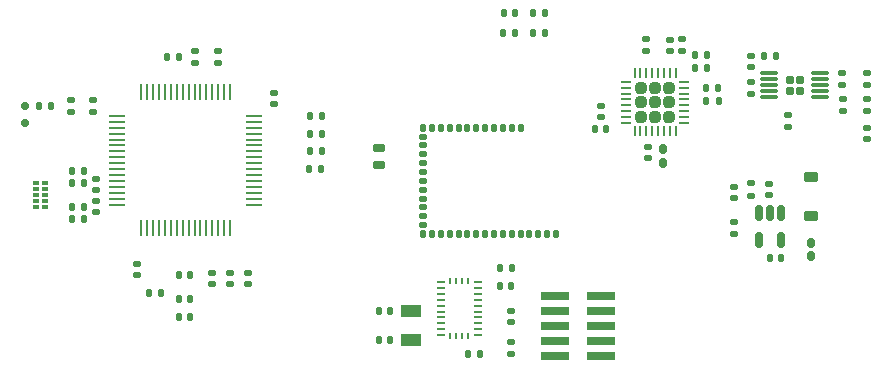
<source format=gbr>
%TF.GenerationSoftware,KiCad,Pcbnew,9.0.7*%
%TF.CreationDate,2026-02-03T01:20:09-06:00*%
%TF.ProjectId,wearable,77656172-6162-46c6-952e-6b696361645f,rev?*%
%TF.SameCoordinates,Original*%
%TF.FileFunction,Paste,Top*%
%TF.FilePolarity,Positive*%
%FSLAX46Y46*%
G04 Gerber Fmt 4.6, Leading zero omitted, Abs format (unit mm)*
G04 Created by KiCad (PCBNEW 9.0.7) date 2026-02-03 01:20:09*
%MOMM*%
%LPD*%
G01*
G04 APERTURE LIST*
G04 Aperture macros list*
%AMRoundRect*
0 Rectangle with rounded corners*
0 $1 Rounding radius*
0 $2 $3 $4 $5 $6 $7 $8 $9 X,Y pos of 4 corners*
0 Add a 4 corners polygon primitive as box body*
4,1,4,$2,$3,$4,$5,$6,$7,$8,$9,$2,$3,0*
0 Add four circle primitives for the rounded corners*
1,1,$1+$1,$2,$3*
1,1,$1+$1,$4,$5*
1,1,$1+$1,$6,$7*
1,1,$1+$1,$8,$9*
0 Add four rect primitives between the rounded corners*
20,1,$1+$1,$2,$3,$4,$5,0*
20,1,$1+$1,$4,$5,$6,$7,0*
20,1,$1+$1,$6,$7,$8,$9,0*
20,1,$1+$1,$8,$9,$2,$3,0*%
G04 Aperture macros list end*
%ADD10RoundRect,0.135000X-0.135000X-0.185000X0.135000X-0.185000X0.135000X0.185000X-0.135000X0.185000X0*%
%ADD11RoundRect,0.140000X0.140000X0.170000X-0.140000X0.170000X-0.140000X-0.170000X0.140000X-0.170000X0*%
%ADD12RoundRect,0.170000X-0.170000X-0.210000X0.170000X-0.210000X0.170000X0.210000X-0.170000X0.210000X0*%
%ADD13RoundRect,0.075000X-0.650000X-0.075000X0.650000X-0.075000X0.650000X0.075000X-0.650000X0.075000X0*%
%ADD14RoundRect,0.135000X0.185000X-0.135000X0.185000X0.135000X-0.185000X0.135000X-0.185000X-0.135000X0*%
%ADD15RoundRect,0.140000X-0.140000X-0.170000X0.140000X-0.170000X0.140000X0.170000X-0.140000X0.170000X0*%
%ADD16RoundRect,0.135000X-0.185000X0.135000X-0.185000X-0.135000X0.185000X-0.135000X0.185000X0.135000X0*%
%ADD17RoundRect,0.135000X0.135000X0.185000X-0.135000X0.185000X-0.135000X-0.185000X0.135000X-0.185000X0*%
%ADD18RoundRect,0.140000X-0.170000X0.140000X-0.170000X-0.140000X0.170000X-0.140000X0.170000X0.140000X0*%
%ADD19RoundRect,0.140000X0.170000X-0.140000X0.170000X0.140000X-0.170000X0.140000X-0.170000X-0.140000X0*%
%ADD20RoundRect,0.160000X0.160000X-0.222500X0.160000X0.222500X-0.160000X0.222500X-0.160000X-0.222500X0*%
%ADD21R,1.800000X1.000000*%
%ADD22RoundRect,0.147500X-0.147500X-0.172500X0.147500X-0.172500X0.147500X0.172500X-0.147500X0.172500X0*%
%ADD23R,0.675000X0.250000*%
%ADD24R,0.250000X0.575000*%
%ADD25RoundRect,0.150000X-0.400000X0.150000X-0.400000X-0.150000X0.400000X-0.150000X0.400000X0.150000X0*%
%ADD26RoundRect,0.150000X-0.150000X0.512500X-0.150000X-0.512500X0.150000X-0.512500X0.150000X0.512500X0*%
%ADD27RoundRect,0.075000X-0.200000X0.075000X-0.200000X-0.075000X0.200000X-0.075000X0.200000X0.075000X0*%
%ADD28RoundRect,0.100000X-0.175000X0.100000X-0.175000X-0.100000X0.175000X-0.100000X0.175000X0.100000X0*%
%ADD29RoundRect,0.225000X-0.375000X0.225000X-0.375000X-0.225000X0.375000X-0.225000X0.375000X0.225000X0*%
%ADD30RoundRect,0.150000X0.200000X-0.150000X0.200000X0.150000X-0.200000X0.150000X-0.200000X-0.150000X0*%
%ADD31RoundRect,0.067500X-0.157500X0.232500X-0.157500X-0.232500X0.157500X-0.232500X0.157500X0.232500X0*%
%ADD32RoundRect,0.067500X0.232500X0.157500X-0.232500X0.157500X-0.232500X-0.157500X0.232500X-0.157500X0*%
%ADD33R,2.400000X0.740000*%
%ADD34RoundRect,0.242500X0.242500X-0.242500X0.242500X0.242500X-0.242500X0.242500X-0.242500X-0.242500X0*%
%ADD35RoundRect,0.062500X0.062500X-0.337500X0.062500X0.337500X-0.062500X0.337500X-0.062500X-0.337500X0*%
%ADD36RoundRect,0.062500X0.337500X-0.062500X0.337500X0.062500X-0.337500X0.062500X-0.337500X-0.062500X0*%
%ADD37R,1.346200X0.279400*%
%ADD38R,0.279400X1.346200*%
G04 APERTURE END LIST*
D10*
%TO.C,R16*%
X172200000Y-91300000D03*
X173220000Y-91300000D03*
%TD*%
D11*
%TO.C,C4*%
X128500000Y-91500000D03*
X127540000Y-91500000D03*
%TD*%
D12*
%TO.C,U5*%
X180230000Y-93430000D03*
X180230000Y-94370000D03*
X181070000Y-93430000D03*
X181070000Y-94370000D03*
D13*
X178500000Y-92900000D03*
X178500000Y-93400000D03*
X178500000Y-93900000D03*
X178500000Y-94400000D03*
X178500000Y-94900000D03*
X182800000Y-94900000D03*
X182800000Y-94400000D03*
X182800000Y-93900000D03*
X182800000Y-93400000D03*
X182800000Y-92900000D03*
%TD*%
D10*
%TO.C,R7*%
X139600000Y-96530000D03*
X140620000Y-96530000D03*
%TD*%
D14*
%TO.C,R26*%
X186750000Y-96110000D03*
X186750000Y-95090000D03*
%TD*%
D15*
%TO.C,C13*%
X128520000Y-113500000D03*
X129480000Y-113500000D03*
%TD*%
D10*
%TO.C,R9*%
X139600000Y-99500000D03*
X140620000Y-99500000D03*
%TD*%
D11*
%TO.C,C16*%
X146392500Y-113000000D03*
X145432500Y-113000000D03*
%TD*%
D10*
%TO.C,R8*%
X139600000Y-98000000D03*
X140620000Y-98000000D03*
%TD*%
D16*
%TO.C,R27*%
X184750000Y-95090000D03*
X184750000Y-96110000D03*
%TD*%
D17*
%TO.C,R17*%
X173270000Y-92440340D03*
X172250000Y-92440340D03*
%TD*%
%TO.C,R12*%
X156700000Y-109350000D03*
X155680000Y-109350000D03*
%TD*%
D18*
%TO.C,C49*%
X186750000Y-97520000D03*
X186750000Y-98480000D03*
%TD*%
D15*
%TO.C,C27*%
X155710000Y-110900000D03*
X156670000Y-110900000D03*
%TD*%
D18*
%TO.C,C43*%
X178500000Y-102265000D03*
X178500000Y-103225000D03*
%TD*%
D19*
%TO.C,C9*%
X129880000Y-92000000D03*
X129880000Y-91040000D03*
%TD*%
D11*
%TO.C,C44*%
X179500000Y-108500000D03*
X178540000Y-108500000D03*
%TD*%
D19*
%TO.C,C1*%
X121520000Y-102780000D03*
X121520000Y-101820000D03*
%TD*%
D18*
%TO.C,C45*%
X168200000Y-99120000D03*
X168200000Y-100080000D03*
%TD*%
D15*
%TO.C,C8*%
X128500000Y-112000000D03*
X129460000Y-112000000D03*
%TD*%
D17*
%TO.C,R3*%
X120520000Y-104200000D03*
X119500000Y-104200000D03*
%TD*%
D18*
%TO.C,C11*%
X132850000Y-109790000D03*
X132850000Y-110750000D03*
%TD*%
D17*
%TO.C,R1*%
X120520000Y-101200000D03*
X119500000Y-101200000D03*
%TD*%
D20*
%TO.C,L5*%
X169500000Y-100472500D03*
X169500000Y-99327500D03*
%TD*%
%TO.C,L7*%
X182000000Y-108370000D03*
X182000000Y-107225000D03*
%TD*%
D16*
%TO.C,R22*%
X180100000Y-96400000D03*
X180100000Y-97420000D03*
%TD*%
%TO.C,R21*%
X175500000Y-105500000D03*
X175500000Y-106520000D03*
%TD*%
D21*
%TO.C,Y2*%
X148162500Y-115500000D03*
X148162500Y-113000000D03*
%TD*%
D10*
%TO.C,R10*%
X139500000Y-101000000D03*
X140520000Y-101000000D03*
%TD*%
D16*
%TO.C,R23*%
X176920000Y-93650000D03*
X176920000Y-94670000D03*
%TD*%
D18*
%TO.C,C3*%
X121225000Y-95170000D03*
X121225000Y-96130000D03*
%TD*%
D11*
%TO.C,C17*%
X146392500Y-115500000D03*
X145432500Y-115500000D03*
%TD*%
D14*
%TO.C,R13*%
X156662500Y-116635000D03*
X156662500Y-115615000D03*
%TD*%
D19*
%TO.C,C15*%
X134350000Y-110750000D03*
X134350000Y-109790000D03*
%TD*%
D17*
%TO.C,R4*%
X120520000Y-105200000D03*
X119500000Y-105200000D03*
%TD*%
%TO.C,R15*%
X159510000Y-89500000D03*
X158490000Y-89500000D03*
%TD*%
D10*
%TO.C,R11*%
X152980000Y-116625000D03*
X154000000Y-116625000D03*
%TD*%
D22*
%TO.C,D2*%
X158515000Y-87750000D03*
X159485000Y-87750000D03*
%TD*%
D18*
%TO.C,C41*%
X175500000Y-102520000D03*
X175500000Y-103480000D03*
%TD*%
D19*
%TO.C,C10*%
X131850000Y-92000000D03*
X131850000Y-91040000D03*
%TD*%
%TO.C,C2*%
X121500000Y-104660000D03*
X121500000Y-103700000D03*
%TD*%
D23*
%TO.C,U3*%
X150687500Y-115062500D03*
D24*
X151500000Y-115125000D03*
X152000000Y-115125000D03*
X152500000Y-115125000D03*
X153000000Y-115125000D03*
D23*
X153812500Y-115062500D03*
X153812500Y-114562500D03*
X153812500Y-114062500D03*
X153812500Y-113562500D03*
X153812500Y-113062500D03*
X153812500Y-112562500D03*
X153812500Y-112062500D03*
X153812500Y-111562500D03*
X153812500Y-111062500D03*
X153812500Y-110562500D03*
D24*
X153000000Y-110500000D03*
X152500000Y-110500000D03*
X152000000Y-110500000D03*
X151500000Y-110500000D03*
D23*
X150687500Y-110562500D03*
X150687500Y-111062500D03*
X150687500Y-111562500D03*
X150687500Y-112062500D03*
X150687500Y-112562500D03*
X150687500Y-113062500D03*
X150687500Y-113562500D03*
X150687500Y-114062500D03*
X150687500Y-114562500D03*
%TD*%
D25*
%TO.C,Y1*%
X145500000Y-99250000D03*
X145500000Y-100650000D03*
%TD*%
D17*
%TO.C,R14*%
X157000000Y-89500000D03*
X155980000Y-89500000D03*
%TD*%
D26*
%TO.C,U6*%
X179500000Y-104725000D03*
X178550000Y-104725000D03*
X177600000Y-104725000D03*
X177600000Y-107000000D03*
X179500000Y-107000000D03*
%TD*%
D27*
%TO.C,D4*%
X116430000Y-102200000D03*
X116430000Y-102700000D03*
D28*
X116430000Y-103200000D03*
D27*
X116430000Y-103700000D03*
X116430000Y-104200000D03*
X117200000Y-104200000D03*
X117200000Y-103700000D03*
D28*
X117200000Y-103200000D03*
D27*
X117200000Y-102700000D03*
X117200000Y-102200000D03*
%TD*%
D16*
%TO.C,R24*%
X177000000Y-102215000D03*
X177000000Y-103235000D03*
%TD*%
D29*
%TO.C,D3*%
X182000000Y-101700000D03*
X182000000Y-105000000D03*
%TD*%
D19*
%TO.C,C39*%
X171100000Y-90980000D03*
X171100000Y-90020000D03*
%TD*%
D30*
%TO.C,U2*%
X115525000Y-95680000D03*
X115525000Y-97080000D03*
%TD*%
D19*
%TO.C,C48*%
X186750000Y-93860000D03*
X186750000Y-92900000D03*
%TD*%
D10*
%TO.C,R18*%
X116705000Y-95680000D03*
X117725000Y-95680000D03*
%TD*%
D18*
%TO.C,C40*%
X176920000Y-91390000D03*
X176920000Y-92350000D03*
%TD*%
D19*
%TO.C,C14*%
X136600000Y-95480000D03*
X136600000Y-94520000D03*
%TD*%
D22*
%TO.C,D1*%
X156015000Y-87750000D03*
X156985000Y-87750000D03*
%TD*%
D19*
%TO.C,C33*%
X168100000Y-90980000D03*
X168100000Y-90020000D03*
%TD*%
%TO.C,C26*%
X156662500Y-113980000D03*
X156662500Y-113020000D03*
%TD*%
D15*
%TO.C,C6*%
X126020000Y-111500000D03*
X126980000Y-111500000D03*
%TD*%
%TO.C,C7*%
X128520000Y-110000000D03*
X129480000Y-110000000D03*
%TD*%
D31*
%TO.C,U7*%
X160450000Y-106497000D03*
X159700000Y-106497000D03*
X158950000Y-106497000D03*
X158200000Y-106497000D03*
X157450000Y-106497000D03*
X156700000Y-106497000D03*
X155950000Y-106497000D03*
X155200000Y-106497000D03*
X154450000Y-106497000D03*
X153700000Y-106497000D03*
X152950000Y-106497000D03*
X152200000Y-106497000D03*
X151450000Y-106497000D03*
X150700000Y-106497000D03*
X149950000Y-106497000D03*
X149200000Y-106497000D03*
D32*
X149150000Y-105750000D03*
X149150000Y-105000000D03*
X149150000Y-104250000D03*
X149150000Y-103500000D03*
X149150000Y-102750000D03*
X149150000Y-102000000D03*
X149150000Y-101250000D03*
X149150000Y-100500000D03*
X149150000Y-99750000D03*
X149150000Y-99000000D03*
X149150000Y-98250000D03*
D31*
X149200000Y-97500000D03*
X149950000Y-97500000D03*
X150700000Y-97500000D03*
X151450000Y-97500000D03*
X152200000Y-97500000D03*
X152950000Y-97500000D03*
X153700000Y-97500000D03*
X154450000Y-97500000D03*
X155200000Y-97500000D03*
X155950000Y-97500000D03*
X156700000Y-97500000D03*
X157450000Y-97500000D03*
%TD*%
D14*
%TO.C,R25*%
X184700000Y-93880000D03*
X184700000Y-92860000D03*
%TD*%
D33*
%TO.C,J2*%
X160350000Y-111730000D03*
X164250000Y-111730000D03*
X160350000Y-113000000D03*
X164250000Y-113000000D03*
X160350000Y-114270000D03*
X164250000Y-114270000D03*
X160350000Y-115540000D03*
X164250000Y-115540000D03*
X160350000Y-116810000D03*
X164250000Y-116810000D03*
%TD*%
D11*
%TO.C,C35*%
X164680000Y-97600000D03*
X163720000Y-97600000D03*
%TD*%
D16*
%TO.C,R5*%
X119425000Y-95130000D03*
X119425000Y-96150000D03*
%TD*%
D15*
%TO.C,C42*%
X178090000Y-91400000D03*
X179050000Y-91400000D03*
%TD*%
D19*
%TO.C,C46*%
X170100000Y-91000000D03*
X170100000Y-90040000D03*
%TD*%
D34*
%TO.C,U4*%
X167650000Y-96550000D03*
X168850000Y-96550000D03*
X170050000Y-96550000D03*
X167650000Y-95350000D03*
X168850000Y-95350000D03*
X170050000Y-95350000D03*
X167650000Y-94150000D03*
X168850000Y-94150000D03*
X170050000Y-94150000D03*
D35*
X167100000Y-97800000D03*
X167600000Y-97800000D03*
X168100000Y-97800000D03*
X168600000Y-97800000D03*
X169100000Y-97800000D03*
X169600000Y-97800000D03*
X170100000Y-97800000D03*
X170600000Y-97800000D03*
D36*
X171300000Y-97100000D03*
X171300000Y-96600000D03*
X171300000Y-96100000D03*
X171300000Y-95600000D03*
X171300000Y-95100000D03*
X171300000Y-94600000D03*
X171300000Y-94100000D03*
X171300000Y-93600000D03*
D35*
X170600000Y-92900000D03*
X170100000Y-92900000D03*
X169600000Y-92900000D03*
X169100000Y-92900000D03*
X168600000Y-92900000D03*
X168100000Y-92900000D03*
X167600000Y-92900000D03*
X167100000Y-92900000D03*
D36*
X166400000Y-93600000D03*
X166400000Y-94100000D03*
X166400000Y-94600000D03*
X166400000Y-95100000D03*
X166400000Y-95600000D03*
X166400000Y-96100000D03*
X166400000Y-96600000D03*
X166400000Y-97100000D03*
%TD*%
D19*
%TO.C,C21*%
X164300000Y-96600000D03*
X164300000Y-95640000D03*
%TD*%
D17*
%TO.C,R2*%
X120520000Y-102200000D03*
X119500000Y-102200000D03*
%TD*%
D37*
%TO.C,U1*%
X123321500Y-96499999D03*
X123321500Y-96999998D03*
X123321500Y-97499999D03*
X123321500Y-97999998D03*
X123321500Y-98500000D03*
X123321500Y-98999999D03*
X123321500Y-99499998D03*
X123321500Y-99999999D03*
X123321500Y-100499999D03*
X123321500Y-101000000D03*
X123321500Y-101499999D03*
X123321500Y-101999998D03*
X123321500Y-102500000D03*
X123321500Y-102999999D03*
X123321500Y-103500000D03*
X123321500Y-103999999D03*
D38*
X125350000Y-106028499D03*
X125849999Y-106028499D03*
X126350000Y-106028499D03*
X126849999Y-106028499D03*
X127350001Y-106028499D03*
X127850000Y-106028499D03*
X128349999Y-106028499D03*
X128850000Y-106028499D03*
X129350000Y-106028499D03*
X129850001Y-106028499D03*
X130350000Y-106028499D03*
X130849999Y-106028499D03*
X131350001Y-106028499D03*
X131850000Y-106028499D03*
X132350001Y-106028499D03*
X132850000Y-106028499D03*
D37*
X134878500Y-103999999D03*
X134878500Y-103500000D03*
X134878500Y-102999999D03*
X134878500Y-102500000D03*
X134878500Y-101999998D03*
X134878500Y-101499999D03*
X134878500Y-101000000D03*
X134878500Y-100499999D03*
X134878500Y-99999999D03*
X134878500Y-99499998D03*
X134878500Y-98999999D03*
X134878500Y-98500000D03*
X134878500Y-97999998D03*
X134878500Y-97499999D03*
X134878500Y-96999998D03*
X134878500Y-96499999D03*
D38*
X132850000Y-94471499D03*
X132350001Y-94471499D03*
X131850000Y-94471499D03*
X131350001Y-94471499D03*
X130849999Y-94471499D03*
X130350000Y-94471499D03*
X129850001Y-94471499D03*
X129350000Y-94471499D03*
X128850000Y-94471499D03*
X128349999Y-94471499D03*
X127850000Y-94471499D03*
X127350001Y-94471499D03*
X126849999Y-94471499D03*
X126350000Y-94471499D03*
X125849999Y-94471499D03*
X125350000Y-94471499D03*
%TD*%
D18*
%TO.C,C12*%
X131350000Y-109790000D03*
X131350000Y-110750000D03*
%TD*%
D17*
%TO.C,R20*%
X174210000Y-95200000D03*
X173190000Y-95200000D03*
%TD*%
%TO.C,R19*%
X174200000Y-94135000D03*
X173180000Y-94135000D03*
%TD*%
D18*
%TO.C,C5*%
X125000000Y-109000000D03*
X125000000Y-109960000D03*
%TD*%
M02*

</source>
